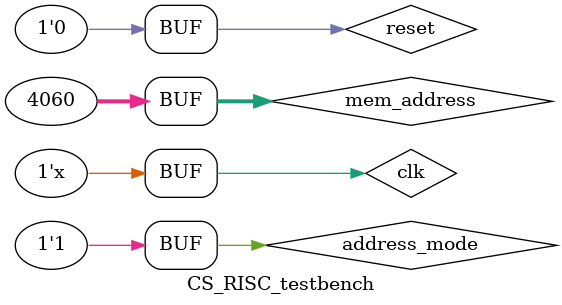
<source format=v>
`timescale 1ns / 1ps


module CS_RISC_testbench;

	// Inputs
	reg clk;
	reg reset;
	reg address_mode;
	wire [31:0] mem_data;
	reg [31:0] mem_address;
	wire program_done;

	// Instantiate the Unit Under Test (UUT)
	CS_RISC uut (
		.clk(clk), 
		.reset(reset),
		.address_mode(address_mode),
		.fpga_address(mem_address),
		.fpga_value(mem_data),
		.program_done(program_done)
	);
	
	always #2 clk = ~clk;

	initial begin
	
		$monitor("line: %d,\t instruction = %b,\t program_done: %d,\t mem_address: %d,\t mem_data: %d",
				(uut.pc/4),
				uut.instruction,
				program_done,
				mem_address,
				mem_data);
		// Initialize Inputs
		clk = 0;
		reset = 1;
		address_mode = 0;
		mem_address = 32'b0;

		// Wait 100 ns for global reset to finish
		#100;
        
		// Add stimulus here
		reset = 0;
		
		#5000;
		address_mode = 1'b1;
		
		mem_address = 32'd4092;
		#4;
		mem_address = 32'd4088;
		#4;
		mem_address = 32'd4084;
		#4;
		mem_address = 32'd4080;
		#4;
		mem_address = 32'd4076;
		#4;
		mem_address = 32'd4072;
		#4;
		mem_address = 32'd4068;
		#4;
		mem_address = 32'd4064;
		#4;
		mem_address = 32'd4060;
		#4;
	end
      
endmodule


</source>
